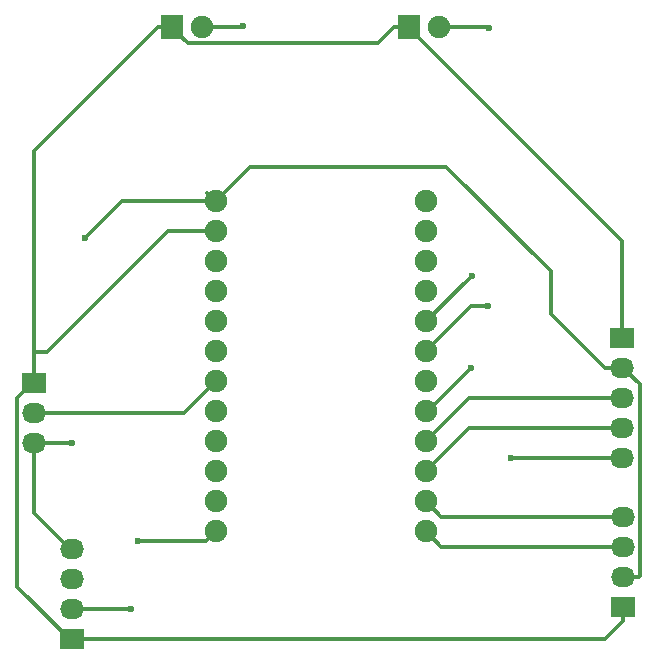
<source format=gbl>
G04 #@! TF.FileFunction,Copper,L2,Bot,Signal*
%FSLAX46Y46*%
G04 Gerber Fmt 4.6, Leading zero omitted, Abs format (unit mm)*
G04 Created by KiCad (PCBNEW 4.0.4+e1-6308~48~ubuntu16.04.1-stable) date Tue Nov 29 21:46:03 2016*
%MOMM*%
%LPD*%
G01*
G04 APERTURE LIST*
%ADD10C,0.100000*%
%ADD11R,2.032000X1.727200*%
%ADD12O,2.032000X1.727200*%
%ADD13C,1.900000*%
%ADD14R,1.900000X2.000000*%
%ADD15C,0.600000*%
%ADD16C,0.300000*%
G04 APERTURE END LIST*
D10*
D11*
X78925000Y-121800000D03*
D12*
X78925000Y-119260000D03*
X78925000Y-116720000D03*
X78925000Y-114180000D03*
D13*
X91110000Y-84760000D03*
X91110000Y-87300000D03*
X91110000Y-89840000D03*
X91110000Y-92380000D03*
X91110000Y-94920000D03*
X91110000Y-97460000D03*
X91110000Y-100000000D03*
X91110000Y-102540000D03*
X91110000Y-105080000D03*
X91110000Y-107620000D03*
X91110000Y-110160000D03*
X91110000Y-112700000D03*
X108890000Y-84760000D03*
X108890000Y-87300000D03*
X108890000Y-89840000D03*
X108890000Y-92380000D03*
X108890000Y-94920000D03*
X108890000Y-97460000D03*
X108890000Y-100000000D03*
X108890000Y-102540000D03*
X108890000Y-105080000D03*
X108890000Y-107620000D03*
X108890000Y-110160000D03*
X108890000Y-112700000D03*
D14*
X87460000Y-70000000D03*
D13*
X90000000Y-70000000D03*
D14*
X107460000Y-70000000D03*
D13*
X110000000Y-70000000D03*
D11*
X125625000Y-119105000D03*
D12*
X125625000Y-116565000D03*
X125625000Y-114025000D03*
X125625000Y-111485000D03*
D11*
X75755000Y-100125000D03*
D12*
X75755000Y-102665000D03*
X75755000Y-105205000D03*
D11*
X125500000Y-96315000D03*
D12*
X125500000Y-98855000D03*
X125500000Y-101395000D03*
X125500000Y-103935000D03*
X125500000Y-106475000D03*
D15*
X112800000Y-91075000D03*
X93450000Y-69925000D03*
X114150000Y-93625000D03*
X114250000Y-70075000D03*
X116125000Y-106474999D03*
X84550000Y-113500000D03*
X112775000Y-98875000D03*
X83925000Y-119225000D03*
X80100000Y-87850000D03*
X78925000Y-105200000D03*
D16*
X87460000Y-70000000D02*
X86210000Y-70000000D01*
X75755000Y-80455000D02*
X75755000Y-98961400D01*
X86210000Y-70000000D02*
X75755000Y-80455000D01*
X75755000Y-98961400D02*
X75755000Y-100125000D01*
X87050000Y-87300000D02*
X83874998Y-90475002D01*
X75755000Y-100125000D02*
X75755000Y-97495000D01*
X75755000Y-97495000D02*
X76855000Y-97495000D01*
X76855000Y-97495000D02*
X87050000Y-87300000D01*
X87050000Y-87300000D02*
X91110000Y-87300000D01*
X75755000Y-100125000D02*
X75602600Y-100125000D01*
X75602600Y-100125000D02*
X74338990Y-101388610D01*
X74338990Y-101388610D02*
X74338990Y-117366390D01*
X74338990Y-117366390D02*
X78772600Y-121800000D01*
X78772600Y-121800000D02*
X78925000Y-121800000D01*
X78925000Y-121800000D02*
X124093600Y-121800000D01*
X124093600Y-121800000D02*
X125625000Y-120268600D01*
X125625000Y-120268600D02*
X125625000Y-119105000D01*
X125500000Y-96315000D02*
X125500000Y-88090000D01*
X125500000Y-88090000D02*
X107460000Y-70050000D01*
X107460000Y-70050000D02*
X107460000Y-70000000D01*
X75755000Y-100125000D02*
X75755000Y-98809000D01*
X87460000Y-70000000D02*
X87460000Y-70050000D01*
X87460000Y-70050000D02*
X88760001Y-71350001D01*
X88760001Y-71350001D02*
X104859999Y-71350001D01*
X104859999Y-71350001D02*
X106210000Y-70000000D01*
X106210000Y-70000000D02*
X107460000Y-70000000D01*
X112800000Y-91075000D02*
X108955000Y-94920000D01*
X108955000Y-94920000D02*
X108890000Y-94920000D01*
X90000000Y-70000000D02*
X93375000Y-70000000D01*
X93375000Y-70000000D02*
X93450000Y-69925000D01*
X114150000Y-93625000D02*
X112725000Y-93625000D01*
X112725000Y-93625000D02*
X108890000Y-97460000D01*
X110000000Y-70000000D02*
X114175000Y-70000000D01*
X114175000Y-70000000D02*
X114250000Y-70075000D01*
X125500000Y-106475000D02*
X124183999Y-106474999D01*
X124183999Y-106474999D02*
X116549264Y-106474999D01*
X116549264Y-106474999D02*
X116125000Y-106474999D01*
X84550000Y-113500000D02*
X90310000Y-113500000D01*
X90310000Y-113500000D02*
X91110000Y-112700000D01*
X75755000Y-102665000D02*
X88445000Y-102665000D01*
X88445000Y-102665000D02*
X91110000Y-100000000D01*
X112775000Y-98875000D02*
X109110000Y-102540000D01*
X109110000Y-102540000D02*
X108890000Y-102540000D01*
X78925000Y-119260000D02*
X83890000Y-119260000D01*
X83890000Y-119260000D02*
X83925000Y-119225000D01*
X125500000Y-101395000D02*
X112575000Y-101395000D01*
X112575000Y-101395000D02*
X108890000Y-105080000D01*
X125500000Y-103935000D02*
X112575000Y-103935000D01*
X112575000Y-103935000D02*
X108890000Y-107620000D01*
X125625000Y-111485000D02*
X110215000Y-111485000D01*
X110215000Y-111485000D02*
X108890000Y-110160000D01*
X108890000Y-112700000D02*
X110215000Y-114025000D01*
X110215000Y-114025000D02*
X125625000Y-114025000D01*
X125500000Y-98855000D02*
X124055000Y-98855000D01*
X119475000Y-90675000D02*
X110600000Y-81800000D01*
X124055000Y-98855000D02*
X119475000Y-94275000D01*
X119475000Y-94275000D02*
X119475000Y-90675000D01*
X110600000Y-81800000D02*
X94070000Y-81800000D01*
X94070000Y-81800000D02*
X92059999Y-83810001D01*
X92059999Y-83810001D02*
X91110000Y-84760000D01*
X80399999Y-87550001D02*
X80100000Y-87850000D01*
X83190000Y-84760000D02*
X80399999Y-87550001D01*
X91110000Y-84760000D02*
X83190000Y-84760000D01*
X75755000Y-105205000D02*
X75907400Y-105205000D01*
X75907400Y-105205000D02*
X75912400Y-105200000D01*
X75912400Y-105200000D02*
X78925000Y-105200000D01*
X125625000Y-116565000D02*
X126941000Y-116565000D01*
X126941000Y-116565000D02*
X127041010Y-116464990D01*
X127041010Y-116464990D02*
X127041010Y-100243610D01*
X127041010Y-100243610D02*
X125652400Y-98855000D01*
X125652400Y-98855000D02*
X125500000Y-98855000D01*
X75755000Y-105205000D02*
X75755000Y-111162400D01*
X75755000Y-111162400D02*
X78772600Y-114180000D01*
X78772600Y-114180000D02*
X78925000Y-114180000D01*
X90400000Y-84050000D02*
X91110000Y-84760000D01*
M02*

</source>
